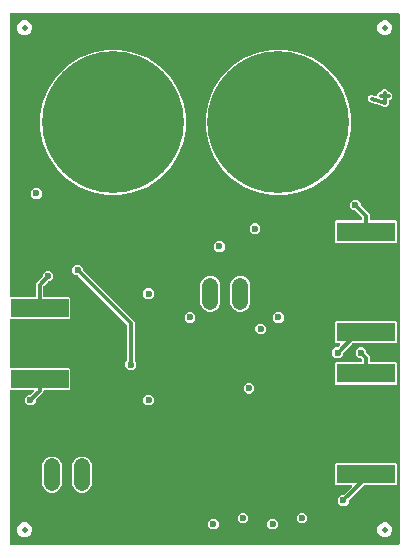
<source format=gbr>
G04 EAGLE Gerber RS-274X export*
G75*
%MOMM*%
%FSLAX34Y34*%
%LPD*%
%INBottom Copper*%
%IPPOS*%
%AMOC8*
5,1,8,0,0,1.08239X$1,22.5*%
G01*
%ADD10C,0.355600*%
%ADD11C,12.000000*%
%ADD12R,4.900000X1.580000*%
%ADD13R,4.900000X1.600000*%
%ADD14C,0.508000*%
%ADD15C,1.371600*%
%ADD16C,0.600000*%
%ADD17C,0.337300*%

G36*
X941758Y327504D02*
X941758Y327504D01*
X941777Y327502D01*
X941879Y327524D01*
X941981Y327540D01*
X941998Y327550D01*
X942018Y327554D01*
X942107Y327607D01*
X942198Y327656D01*
X942212Y327670D01*
X942229Y327680D01*
X942296Y327759D01*
X942368Y327834D01*
X942376Y327852D01*
X942389Y327867D01*
X942428Y327963D01*
X942471Y328057D01*
X942473Y328077D01*
X942481Y328095D01*
X942499Y328262D01*
X942499Y776738D01*
X942496Y776758D01*
X942498Y776777D01*
X942476Y776879D01*
X942460Y776981D01*
X942450Y776998D01*
X942446Y777018D01*
X942393Y777107D01*
X942344Y777198D01*
X942330Y777212D01*
X942320Y777229D01*
X942241Y777296D01*
X942166Y777368D01*
X942148Y777376D01*
X942133Y777389D01*
X942037Y777428D01*
X941943Y777471D01*
X941923Y777473D01*
X941905Y777481D01*
X941738Y777499D01*
X613262Y777499D01*
X613242Y777496D01*
X613223Y777498D01*
X613121Y777476D01*
X613019Y777460D01*
X613002Y777450D01*
X612982Y777446D01*
X612893Y777393D01*
X612802Y777344D01*
X612788Y777330D01*
X612771Y777320D01*
X612704Y777241D01*
X612632Y777166D01*
X612624Y777148D01*
X612611Y777133D01*
X612572Y777037D01*
X612529Y776943D01*
X612527Y776923D01*
X612519Y776905D01*
X612501Y776738D01*
X612501Y537962D01*
X612504Y537942D01*
X612502Y537923D01*
X612524Y537821D01*
X612540Y537719D01*
X612550Y537702D01*
X612554Y537682D01*
X612607Y537593D01*
X612656Y537502D01*
X612670Y537488D01*
X612680Y537471D01*
X612759Y537404D01*
X612834Y537332D01*
X612852Y537324D01*
X612867Y537311D01*
X612963Y537272D01*
X613057Y537229D01*
X613077Y537227D01*
X613095Y537219D01*
X613262Y537201D01*
X633852Y537201D01*
X633871Y537204D01*
X633891Y537202D01*
X633992Y537224D01*
X634094Y537240D01*
X634112Y537250D01*
X634131Y537254D01*
X634220Y537307D01*
X634312Y537356D01*
X634325Y537370D01*
X634342Y537380D01*
X634410Y537459D01*
X634481Y537534D01*
X634489Y537552D01*
X634502Y537567D01*
X634541Y537663D01*
X634585Y537757D01*
X634587Y537777D01*
X634594Y537795D01*
X634613Y537962D01*
X634613Y549120D01*
X640276Y554784D01*
X640329Y554858D01*
X640389Y554927D01*
X640401Y554957D01*
X640420Y554983D01*
X640447Y555070D01*
X640481Y555155D01*
X640485Y555196D01*
X640492Y555219D01*
X640491Y555251D01*
X640499Y555322D01*
X640499Y556864D01*
X643136Y559501D01*
X646864Y559501D01*
X649501Y556864D01*
X649501Y553136D01*
X646864Y550499D01*
X645322Y550499D01*
X645232Y550485D01*
X645141Y550477D01*
X645111Y550465D01*
X645079Y550460D01*
X644999Y550417D01*
X644915Y550381D01*
X644883Y550355D01*
X644862Y550344D01*
X644840Y550321D01*
X644784Y550276D01*
X641210Y546703D01*
X641157Y546629D01*
X641098Y546559D01*
X641085Y546529D01*
X641067Y546503D01*
X641040Y546416D01*
X641006Y546331D01*
X641001Y546290D01*
X640994Y546268D01*
X640995Y546236D01*
X640987Y546164D01*
X640987Y537962D01*
X640990Y537942D01*
X640988Y537923D01*
X641010Y537821D01*
X641027Y537719D01*
X641036Y537702D01*
X641041Y537682D01*
X641094Y537593D01*
X641142Y537502D01*
X641156Y537488D01*
X641167Y537471D01*
X641245Y537404D01*
X641320Y537332D01*
X641338Y537324D01*
X641354Y537311D01*
X641450Y537272D01*
X641543Y537229D01*
X641563Y537227D01*
X641582Y537219D01*
X641748Y537201D01*
X662922Y537201D01*
X663801Y536322D01*
X663801Y519278D01*
X662922Y518399D01*
X613262Y518399D01*
X613242Y518396D01*
X613223Y518398D01*
X613121Y518376D01*
X613019Y518360D01*
X613002Y518350D01*
X612982Y518346D01*
X612893Y518293D01*
X612802Y518244D01*
X612788Y518230D01*
X612771Y518220D01*
X612704Y518141D01*
X612632Y518066D01*
X612624Y518048D01*
X612611Y518033D01*
X612572Y517937D01*
X612529Y517843D01*
X612527Y517823D01*
X612519Y517805D01*
X612501Y517638D01*
X612501Y477962D01*
X612504Y477942D01*
X612502Y477923D01*
X612524Y477821D01*
X612540Y477719D01*
X612550Y477702D01*
X612554Y477682D01*
X612607Y477593D01*
X612656Y477502D01*
X612670Y477488D01*
X612680Y477471D01*
X612759Y477404D01*
X612834Y477332D01*
X612852Y477324D01*
X612867Y477311D01*
X612963Y477272D01*
X613057Y477229D01*
X613077Y477227D01*
X613095Y477219D01*
X613262Y477201D01*
X662922Y477201D01*
X663801Y476322D01*
X663801Y459278D01*
X662922Y458399D01*
X641748Y458399D01*
X641729Y458396D01*
X641709Y458398D01*
X641608Y458376D01*
X641506Y458360D01*
X641488Y458350D01*
X641469Y458346D01*
X641380Y458293D01*
X641288Y458244D01*
X641275Y458230D01*
X641258Y458220D01*
X641190Y458141D01*
X641119Y458066D01*
X641111Y458048D01*
X641098Y458033D01*
X641059Y457937D01*
X641015Y457843D01*
X641013Y457823D01*
X641006Y457805D01*
X640987Y457638D01*
X640987Y456480D01*
X634724Y450216D01*
X634671Y450142D01*
X634611Y450073D01*
X634599Y450043D01*
X634580Y450017D01*
X634553Y449930D01*
X634519Y449845D01*
X634515Y449804D01*
X634508Y449781D01*
X634509Y449749D01*
X634501Y449678D01*
X634501Y448136D01*
X631864Y445499D01*
X628136Y445499D01*
X625499Y448136D01*
X625499Y451864D01*
X628136Y454501D01*
X629678Y454501D01*
X629768Y454515D01*
X629859Y454523D01*
X629889Y454535D01*
X629921Y454540D01*
X630001Y454583D01*
X630085Y454619D01*
X630117Y454645D01*
X630138Y454656D01*
X630160Y454679D01*
X630216Y454724D01*
X632592Y457100D01*
X632634Y457158D01*
X632684Y457210D01*
X632705Y457257D01*
X632736Y457299D01*
X632757Y457368D01*
X632787Y457433D01*
X632793Y457485D01*
X632808Y457535D01*
X632806Y457606D01*
X632814Y457677D01*
X632803Y457728D01*
X632802Y457780D01*
X632777Y457848D01*
X632762Y457918D01*
X632735Y457963D01*
X632717Y458011D01*
X632673Y458067D01*
X632636Y458129D01*
X632596Y458163D01*
X632564Y458203D01*
X632503Y458242D01*
X632449Y458289D01*
X632401Y458308D01*
X632357Y458336D01*
X632287Y458354D01*
X632221Y458381D01*
X632149Y458389D01*
X632118Y458397D01*
X632095Y458395D01*
X632054Y458399D01*
X613262Y458399D01*
X613242Y458396D01*
X613223Y458398D01*
X613121Y458376D01*
X613019Y458360D01*
X613002Y458350D01*
X612982Y458346D01*
X612893Y458293D01*
X612802Y458244D01*
X612788Y458230D01*
X612771Y458220D01*
X612704Y458141D01*
X612632Y458066D01*
X612624Y458048D01*
X612611Y458033D01*
X612572Y457937D01*
X612529Y457843D01*
X612527Y457823D01*
X612519Y457805D01*
X612501Y457638D01*
X612501Y328262D01*
X612504Y328242D01*
X612502Y328223D01*
X612524Y328121D01*
X612540Y328019D01*
X612550Y328002D01*
X612554Y327982D01*
X612607Y327893D01*
X612656Y327802D01*
X612670Y327788D01*
X612680Y327771D01*
X612759Y327704D01*
X612834Y327632D01*
X612852Y327624D01*
X612867Y327611D01*
X612963Y327572D01*
X613057Y327529D01*
X613077Y327527D01*
X613095Y327519D01*
X613262Y327501D01*
X941738Y327501D01*
X941758Y327504D01*
G37*
%LPC*%
G36*
X833943Y623499D02*
X833943Y623499D01*
X822061Y625863D01*
X810869Y630499D01*
X800795Y637229D01*
X792229Y645795D01*
X785499Y655869D01*
X780863Y667061D01*
X778499Y678943D01*
X778499Y691057D01*
X780863Y702939D01*
X785499Y714131D01*
X792229Y724205D01*
X800795Y732771D01*
X810869Y739501D01*
X822061Y744137D01*
X833943Y746501D01*
X846057Y746501D01*
X857939Y744137D01*
X869131Y739501D01*
X879205Y732771D01*
X887771Y724205D01*
X894501Y714131D01*
X899137Y702939D01*
X901501Y691057D01*
X901501Y678943D01*
X899137Y667061D01*
X894501Y655869D01*
X887771Y645795D01*
X879205Y637229D01*
X869131Y630499D01*
X857939Y625863D01*
X846057Y623499D01*
X833943Y623499D01*
G37*
%LPD*%
%LPC*%
G36*
X693943Y623499D02*
X693943Y623499D01*
X682061Y625863D01*
X670869Y630499D01*
X660795Y637229D01*
X652229Y645795D01*
X645499Y655869D01*
X640863Y667061D01*
X638499Y678943D01*
X638499Y691057D01*
X640863Y702939D01*
X645499Y714131D01*
X652229Y724205D01*
X660795Y732771D01*
X670869Y739501D01*
X682061Y744137D01*
X693943Y746501D01*
X706057Y746501D01*
X717939Y744137D01*
X729131Y739501D01*
X739205Y732771D01*
X747771Y724205D01*
X754501Y714131D01*
X759137Y702939D01*
X761501Y691057D01*
X761501Y678943D01*
X759137Y667061D01*
X754501Y655869D01*
X747771Y645795D01*
X739205Y637229D01*
X729131Y630499D01*
X717939Y625863D01*
X706057Y623499D01*
X693943Y623499D01*
G37*
%LPD*%
%LPC*%
G36*
X893136Y360499D02*
X893136Y360499D01*
X890499Y363136D01*
X890499Y366864D01*
X893136Y369501D01*
X894678Y369501D01*
X894768Y369515D01*
X894859Y369523D01*
X894889Y369535D01*
X894921Y369540D01*
X895001Y369583D01*
X895085Y369619D01*
X895117Y369645D01*
X895138Y369656D01*
X895160Y369679D01*
X895216Y369724D01*
X902192Y376700D01*
X902234Y376758D01*
X902284Y376810D01*
X902305Y376857D01*
X902336Y376899D01*
X902357Y376968D01*
X902387Y377033D01*
X902393Y377085D01*
X902408Y377135D01*
X902406Y377206D01*
X902414Y377277D01*
X902403Y377328D01*
X902402Y377380D01*
X902377Y377448D01*
X902362Y377518D01*
X902335Y377563D01*
X902317Y377611D01*
X902273Y377667D01*
X902236Y377729D01*
X902196Y377763D01*
X902164Y377803D01*
X902103Y377842D01*
X902049Y377889D01*
X902001Y377908D01*
X901957Y377936D01*
X901887Y377954D01*
X901821Y377981D01*
X901749Y377989D01*
X901718Y377997D01*
X901695Y377995D01*
X901654Y377999D01*
X888878Y377999D01*
X887999Y378878D01*
X887999Y396122D01*
X888878Y397001D01*
X939122Y397001D01*
X940001Y396122D01*
X940001Y378878D01*
X939122Y377999D01*
X912822Y377999D01*
X912732Y377985D01*
X912641Y377977D01*
X912611Y377965D01*
X912579Y377960D01*
X912499Y377917D01*
X912415Y377881D01*
X912383Y377855D01*
X912362Y377844D01*
X912340Y377821D01*
X912284Y377776D01*
X899724Y365216D01*
X899671Y365142D01*
X899611Y365073D01*
X899599Y365043D01*
X899580Y365017D01*
X899553Y364930D01*
X899519Y364845D01*
X899515Y364804D01*
X899508Y364781D01*
X899509Y364749D01*
X899501Y364678D01*
X899501Y363136D01*
X896864Y360499D01*
X893136Y360499D01*
G37*
%LPD*%
%LPC*%
G36*
X888878Y582999D02*
X888878Y582999D01*
X887999Y583878D01*
X887999Y601122D01*
X888878Y602001D01*
X910052Y602001D01*
X910071Y602004D01*
X910091Y602002D01*
X910192Y602024D01*
X910294Y602040D01*
X910312Y602050D01*
X910331Y602054D01*
X910420Y602107D01*
X910512Y602156D01*
X910525Y602170D01*
X910542Y602180D01*
X910610Y602259D01*
X910681Y602334D01*
X910689Y602352D01*
X910702Y602367D01*
X910741Y602463D01*
X910785Y602557D01*
X910787Y602577D01*
X910794Y602595D01*
X910813Y602762D01*
X910813Y604364D01*
X910798Y604455D01*
X910791Y604545D01*
X910778Y604575D01*
X910773Y604607D01*
X910730Y604688D01*
X910695Y604772D01*
X910669Y604804D01*
X910658Y604825D01*
X910635Y604847D01*
X910590Y604903D01*
X905216Y610276D01*
X905142Y610329D01*
X905073Y610389D01*
X905043Y610401D01*
X905017Y610420D01*
X904930Y610447D01*
X904845Y610481D01*
X904804Y610485D01*
X904781Y610492D01*
X904749Y610491D01*
X904678Y610499D01*
X903136Y610499D01*
X900499Y613136D01*
X900499Y616864D01*
X903136Y619501D01*
X906864Y619501D01*
X909501Y616864D01*
X909501Y615322D01*
X909515Y615232D01*
X909523Y615141D01*
X909535Y615111D01*
X909540Y615079D01*
X909583Y614999D01*
X909619Y614915D01*
X909645Y614883D01*
X909656Y614862D01*
X909679Y614840D01*
X909724Y614784D01*
X915097Y609410D01*
X917187Y607320D01*
X917187Y602762D01*
X917190Y602742D01*
X917188Y602723D01*
X917210Y602621D01*
X917227Y602519D01*
X917236Y602502D01*
X917241Y602482D01*
X917294Y602393D01*
X917342Y602302D01*
X917356Y602288D01*
X917367Y602271D01*
X917445Y602204D01*
X917520Y602132D01*
X917538Y602124D01*
X917554Y602111D01*
X917650Y602072D01*
X917743Y602029D01*
X917763Y602027D01*
X917782Y602019D01*
X917948Y602001D01*
X939122Y602001D01*
X940001Y601122D01*
X940001Y583878D01*
X939122Y582999D01*
X888878Y582999D01*
G37*
%LPD*%
%LPC*%
G36*
X888136Y485499D02*
X888136Y485499D01*
X885499Y488136D01*
X885499Y491864D01*
X888136Y494501D01*
X889678Y494501D01*
X889768Y494515D01*
X889859Y494523D01*
X889889Y494535D01*
X889921Y494540D01*
X890001Y494583D01*
X890085Y494619D01*
X890117Y494645D01*
X890138Y494656D01*
X890160Y494679D01*
X890216Y494724D01*
X892192Y496700D01*
X892234Y496758D01*
X892284Y496810D01*
X892305Y496857D01*
X892336Y496899D01*
X892357Y496968D01*
X892387Y497033D01*
X892393Y497085D01*
X892408Y497135D01*
X892406Y497206D01*
X892414Y497277D01*
X892403Y497328D01*
X892402Y497380D01*
X892377Y497448D01*
X892362Y497518D01*
X892335Y497563D01*
X892317Y497611D01*
X892273Y497667D01*
X892236Y497729D01*
X892196Y497763D01*
X892164Y497803D01*
X892103Y497842D01*
X892049Y497889D01*
X892001Y497908D01*
X891957Y497936D01*
X891887Y497954D01*
X891821Y497981D01*
X891749Y497989D01*
X891718Y497997D01*
X891695Y497995D01*
X891654Y497999D01*
X888878Y497999D01*
X887999Y498878D01*
X887999Y516122D01*
X888878Y517001D01*
X939122Y517001D01*
X940001Y516122D01*
X940001Y498878D01*
X939122Y497999D01*
X902822Y497999D01*
X902732Y497985D01*
X902641Y497977D01*
X902611Y497965D01*
X902579Y497960D01*
X902499Y497917D01*
X902415Y497881D01*
X902383Y497855D01*
X902362Y497844D01*
X902340Y497821D01*
X902284Y497776D01*
X894724Y490216D01*
X894671Y490142D01*
X894611Y490073D01*
X894599Y490043D01*
X894580Y490017D01*
X894553Y489930D01*
X894519Y489845D01*
X894515Y489804D01*
X894508Y489781D01*
X894509Y489749D01*
X894501Y489678D01*
X894501Y488136D01*
X891864Y485499D01*
X888136Y485499D01*
G37*
%LPD*%
%LPC*%
G36*
X888878Y462999D02*
X888878Y462999D01*
X887999Y463878D01*
X887999Y481122D01*
X888878Y482001D01*
X910052Y482001D01*
X910071Y482004D01*
X910091Y482002D01*
X910192Y482024D01*
X910294Y482040D01*
X910312Y482050D01*
X910331Y482054D01*
X910420Y482107D01*
X910512Y482156D01*
X910525Y482170D01*
X910542Y482180D01*
X910610Y482259D01*
X910681Y482334D01*
X910689Y482352D01*
X910702Y482367D01*
X910741Y482463D01*
X910785Y482557D01*
X910787Y482577D01*
X910794Y482595D01*
X910813Y482762D01*
X910813Y484364D01*
X910798Y484455D01*
X910791Y484545D01*
X910778Y484575D01*
X910773Y484607D01*
X910730Y484688D01*
X910695Y484772D01*
X910669Y484804D01*
X910658Y484825D01*
X910635Y484847D01*
X910590Y484903D01*
X910216Y485276D01*
X910142Y485329D01*
X910073Y485389D01*
X910043Y485401D01*
X910017Y485420D01*
X909930Y485447D01*
X909845Y485481D01*
X909804Y485485D01*
X909781Y485492D01*
X909749Y485491D01*
X909678Y485499D01*
X908136Y485499D01*
X905499Y488136D01*
X905499Y491864D01*
X908136Y494501D01*
X911864Y494501D01*
X914501Y491864D01*
X914501Y490322D01*
X914515Y490232D01*
X914523Y490141D01*
X914535Y490111D01*
X914540Y490079D01*
X914583Y489999D01*
X914619Y489915D01*
X914645Y489883D01*
X914656Y489862D01*
X914679Y489840D01*
X914724Y489784D01*
X917187Y487320D01*
X917187Y482762D01*
X917190Y482742D01*
X917188Y482723D01*
X917210Y482621D01*
X917227Y482519D01*
X917236Y482502D01*
X917241Y482482D01*
X917294Y482393D01*
X917342Y482302D01*
X917356Y482288D01*
X917367Y482271D01*
X917445Y482204D01*
X917520Y482132D01*
X917538Y482124D01*
X917554Y482111D01*
X917650Y482072D01*
X917743Y482029D01*
X917763Y482027D01*
X917782Y482019D01*
X917948Y482001D01*
X939122Y482001D01*
X940001Y481122D01*
X940001Y463878D01*
X939122Y462999D01*
X888878Y462999D01*
G37*
%LPD*%
%LPC*%
G36*
X713136Y475499D02*
X713136Y475499D01*
X710499Y478136D01*
X710499Y481864D01*
X711590Y482955D01*
X711643Y483029D01*
X711702Y483098D01*
X711715Y483128D01*
X711733Y483155D01*
X711760Y483242D01*
X711794Y483326D01*
X711799Y483367D01*
X711806Y483390D01*
X711805Y483422D01*
X711813Y483493D01*
X711813Y513364D01*
X711798Y513455D01*
X711791Y513545D01*
X711778Y513575D01*
X711773Y513607D01*
X711730Y513688D01*
X711695Y513772D01*
X711669Y513804D01*
X711658Y513825D01*
X711635Y513847D01*
X711590Y513903D01*
X670216Y555276D01*
X670142Y555329D01*
X670073Y555389D01*
X670043Y555401D01*
X670017Y555420D01*
X669930Y555447D01*
X669845Y555481D01*
X669804Y555485D01*
X669781Y555492D01*
X669749Y555491D01*
X669678Y555499D01*
X668136Y555499D01*
X665499Y558136D01*
X665499Y561864D01*
X668136Y564501D01*
X671864Y564501D01*
X674501Y561864D01*
X674501Y560322D01*
X674515Y560232D01*
X674523Y560141D01*
X674535Y560111D01*
X674540Y560079D01*
X674583Y559999D01*
X674619Y559915D01*
X674645Y559883D01*
X674656Y559862D01*
X674679Y559840D01*
X674724Y559784D01*
X718187Y516320D01*
X718187Y483493D01*
X718202Y483403D01*
X718209Y483312D01*
X718222Y483282D01*
X718227Y483250D01*
X718270Y483170D01*
X718305Y483086D01*
X718331Y483054D01*
X718342Y483033D01*
X718365Y483011D01*
X718410Y482955D01*
X719501Y481864D01*
X719501Y478136D01*
X716864Y475499D01*
X713136Y475499D01*
G37*
%LPD*%
%LPC*%
G36*
X806037Y524783D02*
X806037Y524783D01*
X802965Y526056D01*
X800614Y528407D01*
X799341Y531479D01*
X799341Y548521D01*
X800614Y551593D01*
X802965Y553944D01*
X806037Y555217D01*
X809363Y555217D01*
X812435Y553944D01*
X814786Y551593D01*
X816059Y548521D01*
X816059Y531479D01*
X814786Y528407D01*
X812435Y526056D01*
X809363Y524783D01*
X806037Y524783D01*
G37*
%LPD*%
%LPC*%
G36*
X780637Y524783D02*
X780637Y524783D01*
X777565Y526056D01*
X775214Y528407D01*
X773941Y531479D01*
X773941Y548521D01*
X775214Y551593D01*
X777565Y553944D01*
X780637Y555217D01*
X783963Y555217D01*
X787035Y553944D01*
X789386Y551593D01*
X790659Y548521D01*
X790659Y531479D01*
X789386Y528407D01*
X787035Y526056D01*
X783963Y524783D01*
X780637Y524783D01*
G37*
%LPD*%
%LPC*%
G36*
X672037Y371683D02*
X672037Y371683D01*
X668965Y372956D01*
X666614Y375307D01*
X665341Y378379D01*
X665341Y395421D01*
X666614Y398493D01*
X668965Y400844D01*
X672037Y402117D01*
X675363Y402117D01*
X678435Y400844D01*
X680786Y398493D01*
X682059Y395421D01*
X682059Y378379D01*
X680786Y375307D01*
X678435Y372956D01*
X675363Y371683D01*
X672037Y371683D01*
G37*
%LPD*%
%LPC*%
G36*
X646637Y371683D02*
X646637Y371683D01*
X643565Y372956D01*
X641214Y375307D01*
X639941Y378379D01*
X639941Y395421D01*
X641214Y398493D01*
X643565Y400844D01*
X646637Y402117D01*
X649963Y402117D01*
X653035Y400844D01*
X655386Y398493D01*
X656659Y395421D01*
X656659Y378379D01*
X655386Y375307D01*
X653035Y372956D01*
X649963Y371683D01*
X646637Y371683D01*
G37*
%LPD*%
%LPC*%
G36*
X929704Y698470D02*
X929704Y698470D01*
X929683Y698473D01*
X929662Y698481D01*
X929495Y698499D01*
X928703Y698499D01*
X928483Y698719D01*
X928395Y698783D01*
X928309Y698849D01*
X928293Y698856D01*
X928283Y698863D01*
X928255Y698872D01*
X928154Y698913D01*
X916791Y702159D01*
X915472Y704534D01*
X916219Y707145D01*
X918593Y708465D01*
X922651Y707305D01*
X922653Y707305D01*
X922655Y707304D01*
X922774Y707291D01*
X922895Y707277D01*
X922898Y707277D01*
X922900Y707277D01*
X923017Y707302D01*
X923136Y707327D01*
X923138Y707329D01*
X923140Y707329D01*
X923245Y707392D01*
X923348Y707452D01*
X923349Y707454D01*
X923351Y707455D01*
X923431Y707548D01*
X923509Y707638D01*
X923510Y707640D01*
X923511Y707642D01*
X923557Y707757D01*
X923602Y707866D01*
X923602Y707868D01*
X923603Y707870D01*
X923622Y708037D01*
X923622Y708668D01*
X925542Y710588D01*
X926021Y710588D01*
X926041Y710591D01*
X926061Y710589D01*
X926160Y710611D01*
X926202Y710614D01*
X926216Y710620D01*
X926264Y710628D01*
X926281Y710637D01*
X926301Y710642D01*
X926387Y710693D01*
X926428Y710711D01*
X926445Y710724D01*
X926481Y710743D01*
X926495Y710758D01*
X926512Y710768D01*
X926538Y710799D01*
X926559Y710815D01*
X928703Y712959D01*
X931419Y712959D01*
X933519Y710859D01*
X933521Y710857D01*
X933563Y710815D01*
X933603Y710786D01*
X933673Y710720D01*
X933691Y710712D01*
X933706Y710699D01*
X933749Y710681D01*
X933763Y710672D01*
X933805Y710659D01*
X933896Y710616D01*
X933916Y710614D01*
X933934Y710607D01*
X933996Y710600D01*
X933998Y710599D01*
X934000Y710600D01*
X934101Y710588D01*
X934580Y710588D01*
X936501Y708668D01*
X936501Y705951D01*
X934580Y704031D01*
X934101Y704031D01*
X934081Y704028D01*
X934062Y704030D01*
X933960Y704008D01*
X933858Y703991D01*
X933841Y703982D01*
X933821Y703978D01*
X933732Y703924D01*
X933641Y703876D01*
X933627Y703862D01*
X933610Y703851D01*
X933543Y703773D01*
X933472Y703698D01*
X933463Y703680D01*
X933450Y703664D01*
X933411Y703568D01*
X933368Y703475D01*
X933366Y703455D01*
X933358Y703436D01*
X933340Y703270D01*
X933340Y702825D01*
X933357Y702718D01*
X933371Y702610D01*
X933378Y702593D01*
X933380Y702582D01*
X933393Y702556D01*
X933408Y702522D01*
X933409Y702517D01*
X933412Y702511D01*
X933436Y702455D01*
X933587Y702183D01*
X933369Y701421D01*
X933367Y701399D01*
X933358Y701379D01*
X933340Y701212D01*
X933340Y700420D01*
X933120Y700200D01*
X933057Y700112D01*
X932990Y700026D01*
X932983Y700009D01*
X932976Y700000D01*
X932968Y699972D01*
X932926Y699871D01*
X932841Y699571D01*
X932148Y699187D01*
X932131Y699173D01*
X932110Y699164D01*
X931979Y699060D01*
X931419Y698499D01*
X931108Y698499D01*
X931001Y698482D01*
X930893Y698468D01*
X930877Y698461D01*
X930865Y698460D01*
X930839Y698446D01*
X930738Y698403D01*
X930466Y698252D01*
X929704Y698470D01*
G37*
%LPD*%
%LPC*%
G36*
X928737Y758649D02*
X928737Y758649D01*
X926403Y759616D01*
X924616Y761403D01*
X923649Y763737D01*
X923649Y766263D01*
X924616Y768597D01*
X926403Y770384D01*
X928737Y771351D01*
X931263Y771351D01*
X933597Y770384D01*
X935384Y768597D01*
X936351Y766263D01*
X936351Y763737D01*
X935384Y761403D01*
X933597Y759616D01*
X931263Y758649D01*
X928737Y758649D01*
G37*
%LPD*%
%LPC*%
G36*
X623737Y758649D02*
X623737Y758649D01*
X621403Y759616D01*
X619616Y761403D01*
X618649Y763737D01*
X618649Y766263D01*
X619616Y768597D01*
X621403Y770384D01*
X623737Y771351D01*
X626263Y771351D01*
X628597Y770384D01*
X630384Y768597D01*
X631351Y766263D01*
X631351Y763737D01*
X630384Y761403D01*
X628597Y759616D01*
X626263Y758649D01*
X623737Y758649D01*
G37*
%LPD*%
%LPC*%
G36*
X928737Y333649D02*
X928737Y333649D01*
X926403Y334616D01*
X924616Y336403D01*
X923649Y338737D01*
X923649Y341263D01*
X924616Y343597D01*
X926403Y345384D01*
X928737Y346351D01*
X931263Y346351D01*
X933597Y345384D01*
X935384Y343597D01*
X936351Y341263D01*
X936351Y338737D01*
X935384Y336403D01*
X933597Y334616D01*
X931263Y333649D01*
X928737Y333649D01*
G37*
%LPD*%
%LPC*%
G36*
X623737Y333649D02*
X623737Y333649D01*
X621403Y334616D01*
X619616Y336403D01*
X618649Y338737D01*
X618649Y341263D01*
X619616Y343597D01*
X621403Y345384D01*
X623737Y346351D01*
X626263Y346351D01*
X628597Y345384D01*
X630384Y343597D01*
X631351Y341263D01*
X631351Y338737D01*
X630384Y336403D01*
X628597Y334616D01*
X626263Y333649D01*
X623737Y333649D01*
G37*
%LPD*%
%LPC*%
G36*
X633136Y620499D02*
X633136Y620499D01*
X630499Y623136D01*
X630499Y626864D01*
X633136Y629501D01*
X636864Y629501D01*
X639501Y626864D01*
X639501Y623136D01*
X636864Y620499D01*
X633136Y620499D01*
G37*
%LPD*%
%LPC*%
G36*
X818136Y590499D02*
X818136Y590499D01*
X815499Y593136D01*
X815499Y596864D01*
X818136Y599501D01*
X821864Y599501D01*
X824501Y596864D01*
X824501Y593136D01*
X821864Y590499D01*
X818136Y590499D01*
G37*
%LPD*%
%LPC*%
G36*
X788136Y575499D02*
X788136Y575499D01*
X785499Y578136D01*
X785499Y581864D01*
X788136Y584501D01*
X791864Y584501D01*
X794501Y581864D01*
X794501Y578136D01*
X791864Y575499D01*
X788136Y575499D01*
G37*
%LPD*%
%LPC*%
G36*
X728136Y535499D02*
X728136Y535499D01*
X725499Y538136D01*
X725499Y541864D01*
X728136Y544501D01*
X731864Y544501D01*
X734501Y541864D01*
X734501Y538136D01*
X731864Y535499D01*
X728136Y535499D01*
G37*
%LPD*%
%LPC*%
G36*
X838136Y515499D02*
X838136Y515499D01*
X835499Y518136D01*
X835499Y521864D01*
X838136Y524501D01*
X841864Y524501D01*
X844501Y521864D01*
X844501Y518136D01*
X841864Y515499D01*
X838136Y515499D01*
G37*
%LPD*%
%LPC*%
G36*
X763136Y515499D02*
X763136Y515499D01*
X760499Y518136D01*
X760499Y521864D01*
X763136Y524501D01*
X766864Y524501D01*
X769501Y521864D01*
X769501Y518136D01*
X766864Y515499D01*
X763136Y515499D01*
G37*
%LPD*%
%LPC*%
G36*
X823136Y505499D02*
X823136Y505499D01*
X820499Y508136D01*
X820499Y511864D01*
X823136Y514501D01*
X826864Y514501D01*
X829501Y511864D01*
X829501Y508136D01*
X826864Y505499D01*
X823136Y505499D01*
G37*
%LPD*%
%LPC*%
G36*
X813136Y455499D02*
X813136Y455499D01*
X810499Y458136D01*
X810499Y461864D01*
X813136Y464501D01*
X816864Y464501D01*
X819501Y461864D01*
X819501Y458136D01*
X816864Y455499D01*
X813136Y455499D01*
G37*
%LPD*%
%LPC*%
G36*
X728136Y445499D02*
X728136Y445499D01*
X725499Y448136D01*
X725499Y451864D01*
X728136Y454501D01*
X731864Y454501D01*
X734501Y451864D01*
X734501Y448136D01*
X731864Y445499D01*
X728136Y445499D01*
G37*
%LPD*%
%LPC*%
G36*
X858136Y345499D02*
X858136Y345499D01*
X855499Y348136D01*
X855499Y351864D01*
X858136Y354501D01*
X861864Y354501D01*
X864501Y351864D01*
X864501Y348136D01*
X861864Y345499D01*
X858136Y345499D01*
G37*
%LPD*%
%LPC*%
G36*
X808136Y345499D02*
X808136Y345499D01*
X805499Y348136D01*
X805499Y351864D01*
X808136Y354501D01*
X811864Y354501D01*
X814501Y351864D01*
X814501Y348136D01*
X811864Y345499D01*
X808136Y345499D01*
G37*
%LPD*%
%LPC*%
G36*
X833136Y340499D02*
X833136Y340499D01*
X830499Y343136D01*
X830499Y346864D01*
X833136Y349501D01*
X836864Y349501D01*
X839501Y346864D01*
X839501Y343136D01*
X836864Y340499D01*
X833136Y340499D01*
G37*
%LPD*%
%LPC*%
G36*
X783136Y340499D02*
X783136Y340499D01*
X780499Y343136D01*
X780499Y346864D01*
X783136Y349501D01*
X786864Y349501D01*
X789501Y346864D01*
X789501Y343136D01*
X786864Y340499D01*
X783136Y340499D01*
G37*
%LPD*%
D10*
X918998Y704939D02*
X930061Y701778D01*
X930061Y709680D01*
X926900Y707310D02*
X933222Y707310D01*
D11*
X840000Y685000D03*
D12*
X637800Y527800D03*
X637800Y467800D03*
D13*
X914000Y592500D03*
X914000Y507500D03*
X914000Y472500D03*
X914000Y387500D03*
D14*
X930000Y765000D03*
X625000Y765000D03*
X625000Y340000D03*
X930000Y340000D03*
D15*
X782300Y533142D02*
X782300Y546858D01*
X807700Y546858D02*
X807700Y533142D01*
X648300Y393758D02*
X648300Y380042D01*
X673700Y380042D02*
X673700Y393758D01*
D11*
X700000Y685000D03*
D16*
X820000Y595000D03*
X810000Y350000D03*
X860000Y350000D03*
X840000Y520000D03*
X765000Y520000D03*
X670000Y560000D03*
D17*
X715000Y515000D01*
X715000Y480000D01*
D16*
X715000Y480000D03*
X905000Y615000D03*
X890000Y490000D03*
X910000Y490000D03*
X895000Y365000D03*
D17*
X914000Y384000D02*
X914000Y387500D01*
X914000Y384000D02*
X895000Y365000D01*
X914000Y486000D02*
X910000Y490000D01*
X914000Y486000D02*
X914000Y472500D01*
X914000Y507500D02*
X907500Y507500D01*
X890000Y490000D01*
X914000Y606000D02*
X905000Y615000D01*
X914000Y606000D02*
X914000Y592500D01*
D16*
X645000Y555000D03*
X630000Y450000D03*
D17*
X637800Y527800D02*
X637800Y547800D01*
X645000Y555000D01*
X637800Y467800D02*
X637800Y457800D01*
X630000Y450000D01*
D16*
X635000Y625000D03*
X730000Y450000D03*
X730000Y540000D03*
X790000Y580000D03*
X835000Y345000D03*
X785000Y345000D03*
X825000Y510000D03*
X815000Y460000D03*
M02*

</source>
